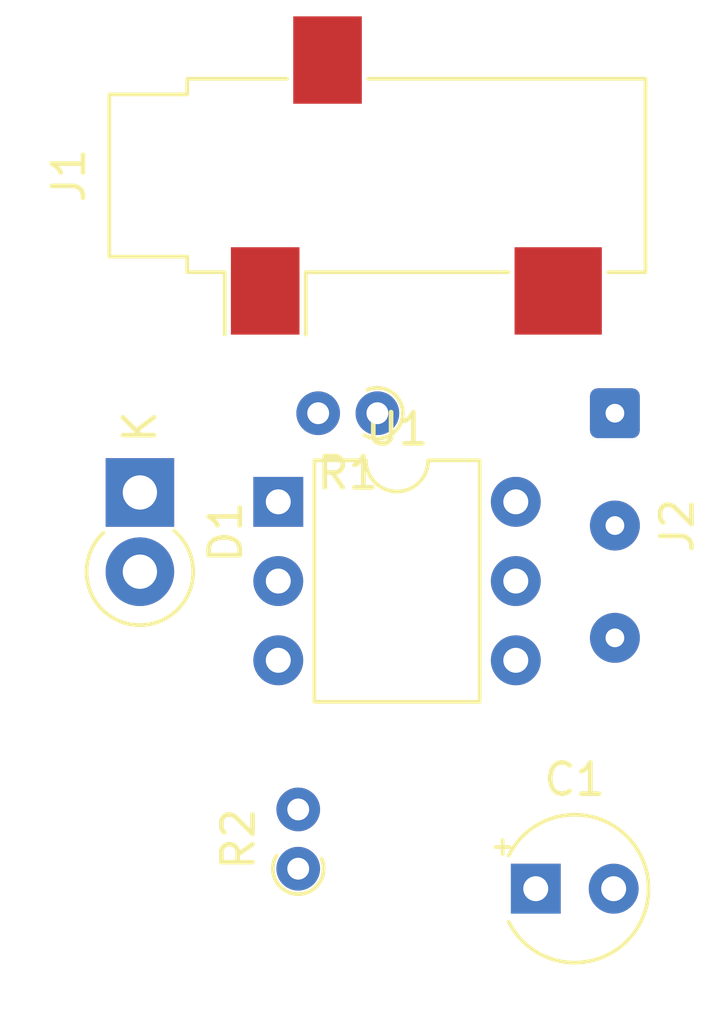
<source format=kicad_pcb>
(kicad_pcb (version 20221018) (generator pcbnew)
  (layers (0 "F.Cu" signal) (31 "B.Cu" signal) (34 "B.Paste" user) (35 "F.Paste" user) (36 "B.SilkS" user "B.Silkscreen") (37 "F.SilkS" user "F.Silkscreen") (38 "B.Mask" user) (39 "F.Mask" user) (44 "Edge.Cuts" user))
  (net 0 "")
  (net 1 "Net-(D1-Pad1)")
  (net 2 "Net-(D1-Pad2)")
  (net 3 "+3V3")
  (net 4 "Net-(J2-Pad2)")
  (net 5 "GND")
  (net 7 "Net-(J1-PadR)")
  (footprint "Package_DIP:DIP-6_W7.62mm" (layer "F.Cu") (at 111.12 76.5)
    (fp_text reference "U1" (at 3.81 -2.33) (layer "F.SilkS"))
    (fp_text value "H11L1M")
    (fp_line (start 1.16 -1.33) (end 1.16 6.41) (stroke (width 0.12)) (layer "F.SilkS"))
    (fp_line (start 1.16 6.41) (end 6.46 6.41) (stroke (width 0.12)) (layer "F.SilkS"))
    (fp_line (start 2.81 -1.33) (end 1.16 -1.33) (stroke (width 0.12)) (layer "F.SilkS"))
    (fp_line (start 6.46 -1.33) (end 4.81 -1.33) (stroke (width 0.12)) (layer "F.SilkS"))
    (fp_line (start 6.46 6.41) (end 6.46 -1.33) (stroke (width 0.12)) (layer "F.SilkS"))
    (fp_arc (start 4.81 -1.33) (mid 3.81 -0.33) (end 2.81 -1.33) (stroke (width 0.12)) (layer "F.SilkS"))
    (pad "1" thru_hole rect (at 0 0) (size 1.6 1.6) (drill 0.8) (layers "*.Cu" "*.Mask") (net 1 "Net-(D1-Pad1)"))
    (pad "2" thru_hole oval (at 0 2.54) (size 1.6 1.6) (drill 0.8) (layers "*.Cu" "*.Mask") (net 2 "Net-(D1-Pad2)"))
    (pad "3" thru_hole oval (at 0 5.08) (size 1.6 1.6) (drill 0.8) (layers "*.Cu" "*.Mask"))
    (pad "4" thru_hole oval (at 7.62 5.08) (size 1.6 1.6) (drill 0.8) (layers "*.Cu" "*.Mask") (net 4 "Net-(J2-Pad2)"))
    (pad "5" thru_hole oval (at 7.62 2.54) (size 1.6 1.6) (drill 0.8) (layers "*.Cu" "*.Mask") (net 5 "GND"))
    (pad "6" thru_hole oval (at 7.62 0) (size 1.6 1.6) (drill 0.8) (layers "*.Cu" "*.Mask") (net 3 "+3V3"))
  )
  (footprint "Diode_THT:D_DO-41_SOD81_P2.54mm_Vertical_KathodeUp" (layer "F.Cu") (at 106.68 76.2 -90)
    (fp_text reference "D1" (at 1.27 -2.750635 90) (layer "F.SilkS"))
    (fp_text value "1N4148")
    (fp_text user "K" (at -2.1 0 90) (layer "F.SilkS"))
    (fp_arc (start 1.228847 -1.1) (mid 4.250877 -0.044974) (end 1.288449 1.167366) (stroke (width 0.12)) (layer "F.SilkS"))
    (pad "1" thru_hole rect (at 0 0 270) (size 2.2 2.2) (drill 1.1) (layers "*.Cu" "*.Mask") (net 1 "Net-(D1-Pad1)"))
    (pad "2" thru_hole oval (at 2.54 0 270) (size 2.2 2.2) (drill 1.1) (layers "*.Cu" "*.Mask") (net 2 "Net-(D1-Pad2)"))
  )
  (footprint "Connector_Audio:Jack_3.5mm_CUI_SJ-3523-SMT_Horizontal" (layer "F.Cu") (at 114.3 66.04 90)
    (fp_text reference "J1" (at 0 -9.9 90) (layer "F.SilkS"))
    (fp_text value "3.5mm")
    (fp_line (start -3.1 -6.1) (end -2.6 -6.1) (stroke (width 0.12)) (layer "F.SilkS"))
    (fp_line (start -3.1 -4.9) (end -5.1 -4.9) (stroke (width 0.12)) (layer "F.SilkS"))
    (fp_line (start -3.1 -4.9) (end -3.1 -6.1) (stroke (width 0.12)) (layer "F.SilkS"))
    (fp_line (start -3.1 -2.3) (end -5.1 -2.3) (stroke (width 0.12)) (layer "F.SilkS"))
    (fp_line (start -3.1 4.2) (end -3.1 -2.3) (stroke (width 0.12)) (layer "F.SilkS"))
    (fp_line (start -3.1 8.6) (end -3.1 7.4) (stroke (width 0.12)) (layer "F.SilkS"))
    (fp_line (start -2.6 -8.6) (end 2.6 -8.6) (stroke (width 0.12)) (layer "F.SilkS"))
    (fp_line (start -2.6 -6.1) (end -2.6 -8.6) (stroke (width 0.12)) (layer "F.SilkS"))
    (fp_line (start 2.6 -8.6) (end 2.6 -6.1) (stroke (width 0.12)) (layer "F.SilkS"))
    (fp_line (start 2.6 -6.1) (end 3.1 -6.1) (stroke (width 0.12)) (layer "F.SilkS"))
    (fp_line (start 3.1 -6.1) (end 3.1 -2.9) (stroke (width 0.12)) (layer "F.SilkS"))
    (fp_line (start 3.1 -0.3) (end 3.1 8.6) (stroke (width 0.12)) (layer "F.SilkS"))
    (fp_line (start 3.1 8.6) (end -3.1 8.6) (stroke (width 0.12)) (layer "F.SilkS"))
    (pad "" np_thru_hole circle (at 0 -2.5 90) (size 1.7 1.7) (drill 1.7) (layers "*.Cu" "*.Mask"))
    (pad "" np_thru_hole circle (at 0 4.5 90) (size 1.7 1.7) (drill 1.7) (layers "*.Cu" "*.Mask"))
    (pad "R" smd rect (at 3.7 -1.6 90) (size 2.8 2.2) (layers "F.Cu" "F.Paste" "F.Mask") (net 7 "Net-(J1-PadR)"))
    (pad "S" smd rect (at -3.7 -3.6 90) (size 2.8 2.2) (layers "F.Cu" "F.Paste" "F.Mask"))
    (pad "T" smd rect (at -3.7 5.8 90) (size 2.8 2.8) (layers "F.Cu" "F.Paste" "F.Mask") (net 2 "Net-(D1-Pad2)"))
  )
  (footprint "Resistor_THT:R_Axial_DIN0204_L3.6mm_D1.6mm_P1.90mm_Vertical" (layer "F.Cu") (at 111.76 88.26 90)
    (fp_text reference "R2" (at 0.95 -1.92 90) (layer "F.SilkS"))
    (fp_text value "1K")
    (fp_arc (start 0.320095 0.749359) (mid -0.813042 -0.054435) (end 0.417133 -0.7) (stroke (width 0.12)) (layer "F.SilkS"))
    (pad "1" thru_hole circle (at 0 0 90) (size 1.4 1.4) (drill 0.7) (layers "*.Cu" "*.Mask") (net 3 "+3V3"))
    (pad "2" thru_hole oval (at 1.9 0 90) (size 1.4 1.4) (drill 0.7) (layers "*.Cu" "*.Mask") (net 4 "Net-(J2-Pad2)"))
  )
  (footprint "Connector_Wire:SolderWire-0.1sqmm_1x03_P3.6mm_D0.4mm_OD1mm" (layer "F.Cu") (at 121.92 73.66 -90)
    (fp_text reference "J2" (at 3.6 -2 90) (layer "F.SilkS"))
    (fp_text value "Output")
    (pad "PI PIN 1" thru_hole roundrect (at 0 0 270) (size 1.6 1.6) (drill 0.6) (layers "*.Cu" "*.Mask") (roundrect_rratio 0.15625) (net 3 "+3V3"))
    (pad "PI PIN 9" thru_hole circle (at 7.2 0 270) (size 1.6 1.6) (drill 0.6) (layers "*.Cu" "*.Mask") (net 5 "GND"))
    (pad "PI PIN 10" thru_hole circle (at 3.6 0 270) (size 1.6 1.6) (drill 0.6) (layers "*.Cu" "*.Mask") (net 4 "Net-(J2-Pad2)"))
  )
  (footprint "Resistor_THT:R_Axial_DIN0204_L3.6mm_D1.6mm_P1.90mm_Vertical" (layer "F.Cu") (at 114.3 73.66 180)
    (fp_text reference "R1" (at 0.95 -1.92) (layer "F.SilkS"))
    (fp_text value "22O")
    (fp_arc (start 0.320095 0.749359) (mid -0.813042 -0.054435) (end 0.417133 -0.7) (stroke (width 0.12)) (layer "F.SilkS"))
    (pad "1" thru_hole circle (at 0 0 180) (size 1.4 1.4) (drill 0.7) (layers "*.Cu" "*.Mask") (net 7 "Net-(J1-PadR)"))
    (pad "2" thru_hole oval (at 1.9 0 180) (size 1.4 1.4) (drill 0.7) (layers "*.Cu" "*.Mask") (net 1 "Net-(D1-Pad1)"))
  )
  (footprint "Capacitor_THT:CP_Radial_Tantal_D4.5mm_P2.50mm" (layer "F.Cu") (at 119.38 88.9)
    (fp_text reference "C1" (at 1.25 -3.5) (layer "F.SilkS"))
    (fp_text value "100nF/6.3V")
    (fp_line (start -1.287288 -1.335) (end -0.837288 -1.335) (stroke (width 0.12)) (layer "F.SilkS"))
    (fp_line (start -1.062288 -1.56) (end -1.062288 -1.11) (stroke (width 0.12)) (layer "F.SilkS"))
    (fp_arc (start -0.869741 -1.06) (mid 3.62 0) (end -0.869741 1.06) (stroke (width 0.12)) (layer "F.SilkS"))
    (pad "1" thru_hole rect (at 0 0) (size 1.6 1.6) (drill 0.8) (layers "*.Cu" "*.Mask") (net 3 "+3V3"))
    (pad "2" thru_hole circle (at 2.5 0) (size 1.6 1.6) (drill 0.8) (layers "*.Cu" "*.Mask") (net 5 "GND"))
  )
)
</source>
